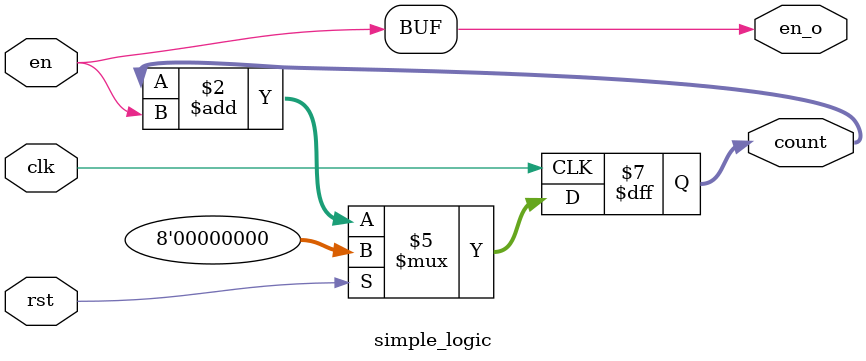
<source format=sv>
`timescale 1ns / 1ps //used for time scale specification
`default_nettype none //way to prevent net inference
 
module simple_logic(
    input wire clk,
    input wire rst,
    input wire en,
    output logic [7:0] count,
    output logic en_o
    );
    initial begin
        count <= 8'b0;
    end
    assign en_o = en;
    always_ff @(posedge clk)begin
        if(rst)begin
            count <= 8'b0;
        end else begin
            count <= count + en;
        end
    end
endmodule
 
`default_nettype wire
</source>
